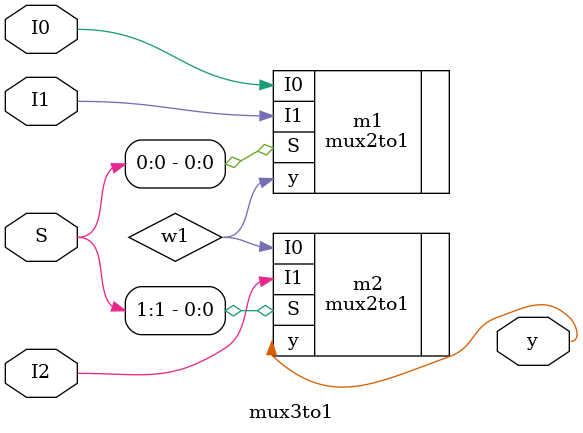
<source format=v>
module mux3to1 (
	input [1:0]S,
	input I0,
	input I1,
	input I2,
	output y);
	
	mux2to1 m1(	.S(S[0]),
				.I0(I0),
				.I1(I1),
				.y(w1)
				);
	
	mux2to1 m2(	.S(S[1]),
				.I0(w1),
				.I1(I2),
				.y(y)
				);
				
endmodule
</source>
